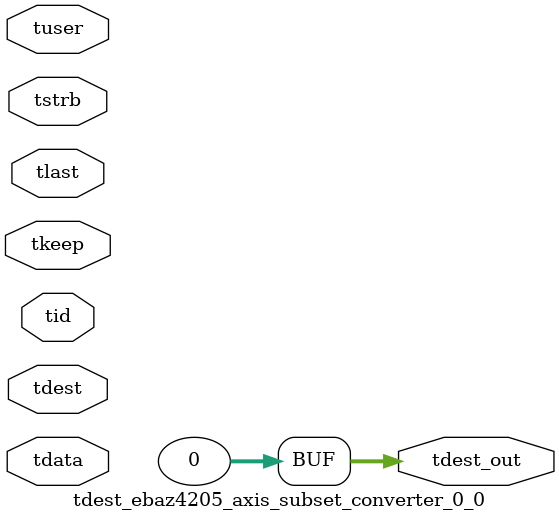
<source format=v>


`timescale 1ps/1ps

module tdest_ebaz4205_axis_subset_converter_0_0 #
(
parameter C_S_AXIS_TDATA_WIDTH = 32,
parameter C_S_AXIS_TUSER_WIDTH = 0,
parameter C_S_AXIS_TID_WIDTH   = 0,
parameter C_S_AXIS_TDEST_WIDTH = 0,
parameter C_M_AXIS_TDEST_WIDTH = 32
)
(
input  [(C_S_AXIS_TDATA_WIDTH == 0 ? 1 : C_S_AXIS_TDATA_WIDTH)-1:0     ] tdata,
input  [(C_S_AXIS_TUSER_WIDTH == 0 ? 1 : C_S_AXIS_TUSER_WIDTH)-1:0     ] tuser,
input  [(C_S_AXIS_TID_WIDTH   == 0 ? 1 : C_S_AXIS_TID_WIDTH)-1:0       ] tid,
input  [(C_S_AXIS_TDEST_WIDTH == 0 ? 1 : C_S_AXIS_TDEST_WIDTH)-1:0     ] tdest,
input  [(C_S_AXIS_TDATA_WIDTH/8)-1:0 ] tkeep,
input  [(C_S_AXIS_TDATA_WIDTH/8)-1:0 ] tstrb,
input                                                                    tlast,
output [C_M_AXIS_TDEST_WIDTH-1:0] tdest_out
);

assign tdest_out = {1'b0};

endmodule


</source>
